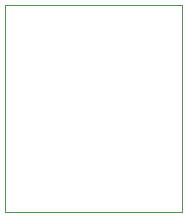
<source format=gm1>
%TF.GenerationSoftware,KiCad,Pcbnew,9.0.0*%
%TF.CreationDate,2025-03-31T12:15:58+01:00*%
%TF.ProjectId,vm_rgb_led_0.2,766d5f72-6762-45f6-9c65-645f302e322e,v0.2*%
%TF.SameCoordinates,PX518a060PY47868c0*%
%TF.FileFunction,Profile,NP*%
%FSLAX45Y45*%
G04 Gerber Fmt 4.5, Leading zero omitted, Abs format (unit mm)*
G04 Created by KiCad (PCBNEW 9.0.0) date 2025-03-31 12:15:58*
%MOMM*%
%LPD*%
G01*
G04 APERTURE LIST*
%TA.AperFunction,Profile*%
%ADD10C,0.050000*%
%TD*%
G04 APERTURE END LIST*
D10*
X-750000Y875000D02*
X750000Y875000D01*
X750000Y-875000D01*
X-750000Y-875000D01*
X-750000Y875000D01*
M02*

</source>
